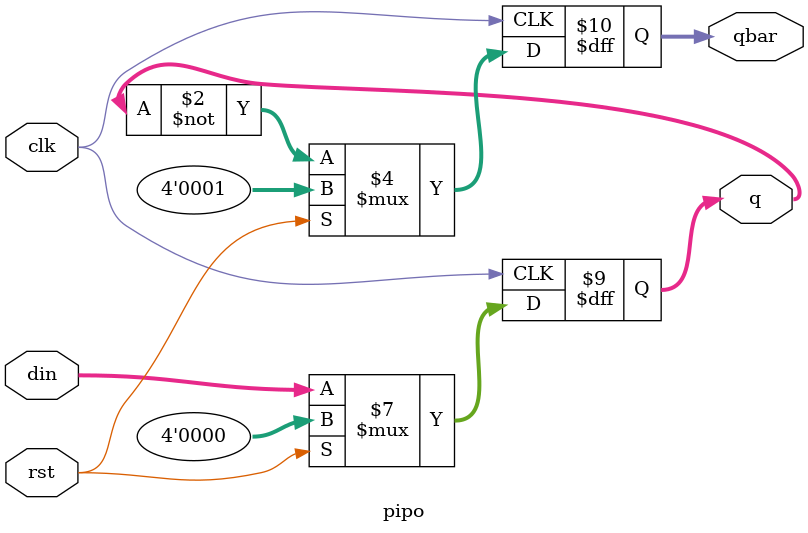
<source format=v>
module pipo(input [3:0]din,
			input clk,rst,
			output reg [3:0]q,qbar
		   );

	   always @(posedge clk) begin
			if(rst) begin
				q<=1'b0;
				qbar<=1'b1;
			end
			else begin
				q<=din;
				qbar<= ~q;
			end
		end

endmodule

// output :
/*
*/


</source>
